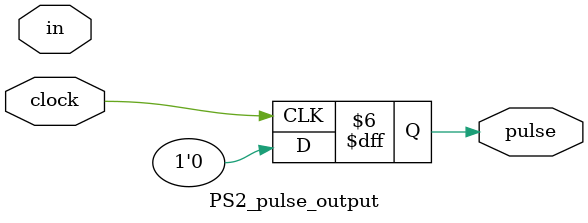
<source format=v>
module PS2_pulse_output(clock, in, pulse); //Pulse is high to read char after key is released
	input clock;
	input [7:0] in;
	output pulse;

	reg prev_in;

	always @(posedge clock) begin
		if(prev_in == 8'hF0) begin
			pulse = 1'b1;
		end else begin
			pulse = 1'b0;
		end
	end

endmodule 
</source>
